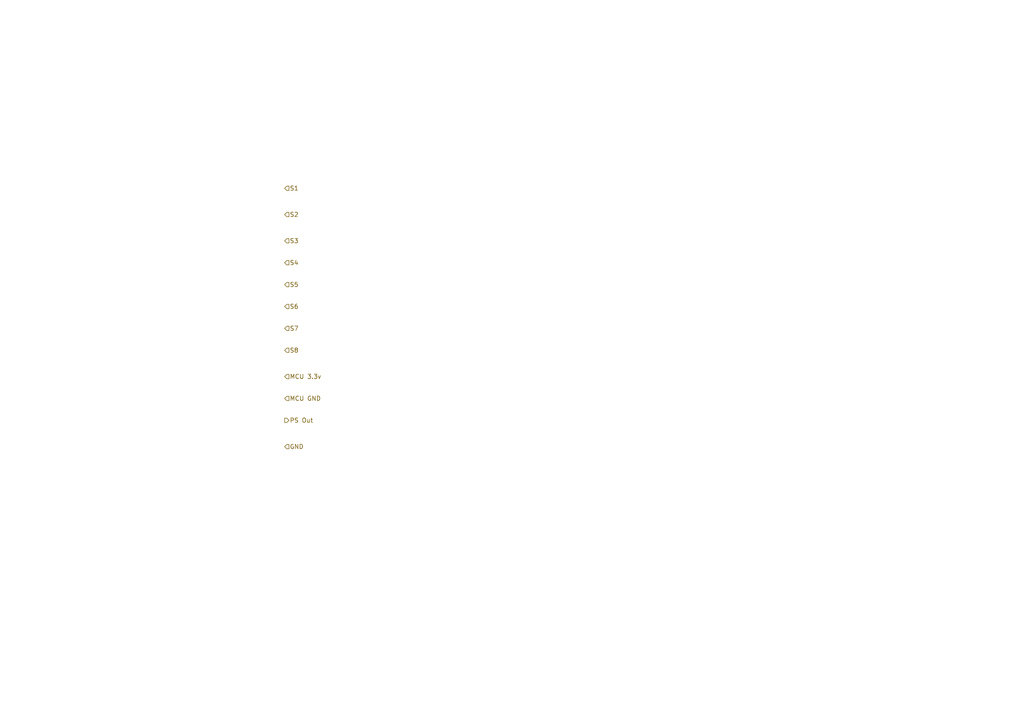
<source format=kicad_sch>
(kicad_sch (version 20230121) (generator eeschema)
  (paper "A4")
  (title_block (company "Warner Consulting Inc."))
  (lib_symbols)
  (hierarchical_label "GND" (shape input) (at 82.55 129.54 0))
  (hierarchical_label "S1" (shape input) (at 82.55 54.61 0))
  (hierarchical_label "S8" (shape input) (at 82.55 101.6 0))
  (hierarchical_label "S2" (shape input) (at 82.55 62.23 0))
  (hierarchical_label "S4" (shape input) (at 82.55 76.2 0))
  (hierarchical_label "S3" (shape input) (at 82.55 69.85 0))
  (hierarchical_label "PS Out" (shape output) (at 82.55 121.92 0))
  (hierarchical_label "S5" (shape input) (at 82.55 82.55 0))
  (hierarchical_label "MCU GND" (shape input) (at 82.55 115.57 0))
  (hierarchical_label "S6" (shape input) (at 82.55 88.9 0))
  (hierarchical_label "MCU 3.3v" (shape input) (at 82.55 109.22 0))
  (hierarchical_label "S7" (shape input) (at 82.55 95.25 0))
)
</source>
